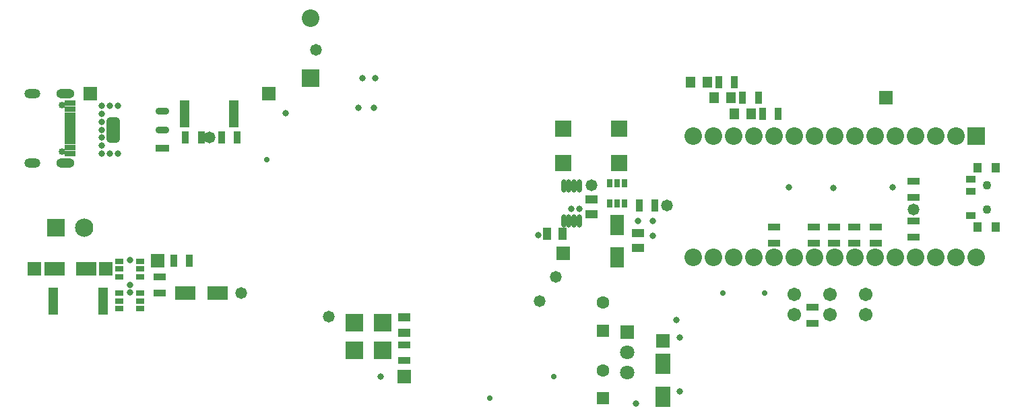
<source format=gts>
G04*
G04 #@! TF.GenerationSoftware,Altium Limited,Altium Designer,21.0.9 (235)*
G04*
G04 Layer_Color=8388736*
%FSLAX44Y44*%
%MOMM*%
G71*
G04*
G04 #@! TF.SameCoordinates,622A8C60-2CE5-4817-AE20-E8449A78C867*
G04*
G04*
G04 #@! TF.FilePolarity,Negative*
G04*
G01*
G75*
G04:AMPARAMS|DCode=19|XSize=1.7542mm|YSize=3.1721mm|CornerRadius=0.4561mm|HoleSize=0mm|Usage=FLASHONLY|Rotation=180.000|XOffset=0mm|YOffset=0mm|HoleType=Round|Shape=RoundedRectangle|*
%AMROUNDEDRECTD19*
21,1,1.7542,2.2600,0,0,180.0*
21,1,0.8420,3.1721,0,0,180.0*
1,1,0.9122,-0.4210,1.1300*
1,1,0.9122,0.4210,1.1300*
1,1,0.9122,0.4210,-1.1300*
1,1,0.9122,-0.4210,-1.1300*
%
%ADD19ROUNDEDRECTD19*%
G04:AMPARAMS|DCode=20|XSize=1.7542mm|YSize=0.9134mm|CornerRadius=0.4567mm|HoleSize=0mm|Usage=FLASHONLY|Rotation=180.000|XOffset=0mm|YOffset=0mm|HoleType=Round|Shape=RoundedRectangle|*
%AMROUNDEDRECTD20*
21,1,1.7542,0.0000,0,0,180.0*
21,1,0.8408,0.9134,0,0,180.0*
1,1,0.9134,-0.4204,0.0000*
1,1,0.9134,0.4204,0.0000*
1,1,0.9134,0.4204,0.0000*
1,1,0.9134,-0.4204,0.0000*
%
%ADD20ROUNDEDRECTD20*%
%ADD21R,1.7542X0.9134*%
%ADD24R,1.0000X0.7000*%
%ADD25R,0.7000X1.0000*%
%ADD33R,2.5000X1.7000*%
%ADD34R,1.7000X2.5000*%
%ADD37R,1.1032X1.5032*%
%ADD38R,1.5032X1.1032*%
%ADD39O,0.6532X1.6532*%
%ADD40R,1.0032X1.2032*%
%ADD41R,1.3032X0.9032*%
%ADD42R,0.9032X1.5032*%
%ADD43R,1.5032X0.9032*%
%ADD44R,2.1032X2.0532*%
%ADD45R,1.3432X0.5032*%
%ADD46R,1.3432X0.8032*%
%ADD47R,1.3032X1.4032*%
%ADD48R,1.9032X2.5032*%
%ADD49R,1.2032X3.4032*%
%ADD50R,2.2032X2.2032*%
%ADD51C,2.2032*%
%ADD52R,2.2032X2.2032*%
%ADD53C,1.1032*%
%ADD54C,1.7032*%
%ADD55R,1.7032X1.7032*%
%ADD56R,1.7032X1.7032*%
%ADD57C,2.3032*%
%ADD58R,2.3032X2.3032*%
%ADD59R,1.8032X1.8032*%
%ADD60C,1.8032*%
%ADD61C,0.8532*%
%ADD62O,2.3032X1.2032*%
%ADD63O,2.0032X1.2032*%
%ADD64R,1.6032X1.6032*%
%ADD65C,1.6032*%
%ADD66C,0.7032*%
%ADD67C,1.4732*%
%ADD68C,0.8032*%
D19*
X523750Y760000D02*
D03*
D20*
X586250Y783000D02*
D03*
Y760000D02*
D03*
D21*
Y737000D02*
D03*
D24*
X532000Y575500D02*
D03*
Y585000D02*
D03*
Y594500D02*
D03*
X558000D02*
D03*
Y585000D02*
D03*
Y575500D02*
D03*
X532000Y535500D02*
D03*
Y545000D02*
D03*
Y554500D02*
D03*
X558000D02*
D03*
Y545000D02*
D03*
Y535500D02*
D03*
D25*
X1148000Y693000D02*
D03*
X1157500D02*
D03*
X1167000D02*
D03*
Y667000D02*
D03*
X1157500D02*
D03*
X1148000D02*
D03*
D33*
X490000Y585000D02*
D03*
X450000D02*
D03*
X655000Y555000D02*
D03*
X615000D02*
D03*
D34*
X1157500Y640000D02*
D03*
Y600000D02*
D03*
D37*
X1069500Y629000D02*
D03*
X1088500D02*
D03*
D38*
X1184000Y630500D02*
D03*
Y611500D02*
D03*
X1125000Y653500D02*
D03*
Y672500D02*
D03*
X890000Y524000D02*
D03*
Y505000D02*
D03*
D39*
X1090250Y645250D02*
D03*
X1096750D02*
D03*
X1103250D02*
D03*
X1109750D02*
D03*
X1090250Y689750D02*
D03*
X1096750D02*
D03*
X1103250D02*
D03*
X1109750D02*
D03*
D40*
X1610500Y712500D02*
D03*
Y637500D02*
D03*
X1633500D02*
D03*
Y712500D02*
D03*
D41*
X1601500Y652500D02*
D03*
Y697500D02*
D03*
Y682500D02*
D03*
D42*
X620000Y595000D02*
D03*
X600000D02*
D03*
X1185000Y665000D02*
D03*
X1205000D02*
D03*
X635000Y750000D02*
D03*
X615000D02*
D03*
X680000D02*
D03*
X660000D02*
D03*
X1305000Y820000D02*
D03*
X1285000D02*
D03*
X1335000Y800000D02*
D03*
X1315000D02*
D03*
X1360000Y780000D02*
D03*
X1340000D02*
D03*
D43*
X582500Y575000D02*
D03*
Y555000D02*
D03*
X890000Y470000D02*
D03*
Y490000D02*
D03*
X1405000Y637500D02*
D03*
Y617500D02*
D03*
X1530000Y695000D02*
D03*
Y675000D02*
D03*
X1403000Y537000D02*
D03*
Y517000D02*
D03*
X1482500Y617500D02*
D03*
Y637500D02*
D03*
X1530000Y645000D02*
D03*
Y625000D02*
D03*
X1430000Y637500D02*
D03*
Y617500D02*
D03*
X1355000Y637500D02*
D03*
Y617500D02*
D03*
X1455000Y637500D02*
D03*
Y617500D02*
D03*
D44*
X1090000Y718250D02*
D03*
Y761750D02*
D03*
X1160000Y718250D02*
D03*
Y761750D02*
D03*
D45*
X470000Y759300D02*
D03*
Y764300D02*
D03*
Y754300D02*
D03*
Y769300D02*
D03*
Y749300D02*
D03*
Y774300D02*
D03*
Y744300D02*
D03*
Y779300D02*
D03*
D46*
Y793800D02*
D03*
Y785800D02*
D03*
Y737800D02*
D03*
Y729800D02*
D03*
D47*
X1271000Y820000D02*
D03*
X1250000D02*
D03*
X1300500Y800000D02*
D03*
X1279500D02*
D03*
X1325500Y780000D02*
D03*
X1304500D02*
D03*
D48*
X1215000Y424000D02*
D03*
Y466000D02*
D03*
D49*
X511000Y545000D02*
D03*
X449000D02*
D03*
X614000Y780000D02*
D03*
X676000D02*
D03*
D50*
X827500Y482500D02*
D03*
X862500Y517500D02*
D03*
Y482500D02*
D03*
X827500Y517500D02*
D03*
D51*
X1608600Y600000D02*
D03*
X1583200D02*
D03*
X1557800D02*
D03*
X1532400D02*
D03*
X1507000D02*
D03*
X1481600D02*
D03*
X1456200D02*
D03*
X1430800D02*
D03*
X1405400D02*
D03*
X1380000D02*
D03*
X1354600D02*
D03*
X1329200D02*
D03*
X1303800D02*
D03*
X1278400D02*
D03*
X1253000D02*
D03*
Y752400D02*
D03*
X1278400D02*
D03*
X1303800D02*
D03*
X1329200D02*
D03*
X1354600D02*
D03*
X1380000D02*
D03*
X1405400D02*
D03*
X1430800D02*
D03*
X1456200D02*
D03*
X1481600D02*
D03*
X1507000D02*
D03*
X1532400D02*
D03*
X1557800D02*
D03*
X1583200D02*
D03*
X772500Y900000D02*
D03*
D52*
X1608600Y752400D02*
D03*
X772500Y825000D02*
D03*
D53*
X1622000Y660000D02*
D03*
Y690000D02*
D03*
D54*
X1425000Y527300D02*
D03*
Y552700D02*
D03*
X1380000Y527300D02*
D03*
Y552700D02*
D03*
X1470000Y527300D02*
D03*
Y552700D02*
D03*
D55*
X580000Y595000D02*
D03*
X515000Y585000D02*
D03*
X425000D02*
D03*
X1215000Y495000D02*
D03*
X1495000Y800000D02*
D03*
X720000Y805000D02*
D03*
X495000D02*
D03*
D56*
X1090000Y605000D02*
D03*
X890000Y450000D02*
D03*
D57*
X487500Y637000D02*
D03*
D58*
X452500D02*
D03*
D59*
X1170000Y505400D02*
D03*
D60*
Y480000D02*
D03*
Y454600D02*
D03*
D61*
X459300Y732900D02*
D03*
Y790700D02*
D03*
D62*
X464300Y805000D02*
D03*
Y718600D02*
D03*
D63*
X422500Y805000D02*
D03*
Y718600D02*
D03*
D64*
X1140000Y507500D02*
D03*
Y422500D02*
D03*
D65*
Y542500D02*
D03*
Y457500D02*
D03*
D66*
X717500Y722500D02*
D03*
X1077500Y450000D02*
D03*
X997500Y422500D02*
D03*
X1342500Y555000D02*
D03*
X1290000D02*
D03*
D67*
X1530000Y660000D02*
D03*
X779150Y860000D02*
D03*
X1125000Y690000D02*
D03*
X1220000Y665000D02*
D03*
X1080000Y575000D02*
D03*
X1060000Y545000D02*
D03*
X685000Y555000D02*
D03*
X795000Y525000D02*
D03*
X645000Y750000D02*
D03*
D68*
X1110000Y661000D02*
D03*
X1100000D02*
D03*
X1058000Y628000D02*
D03*
X1504000Y688000D02*
D03*
X1373000D02*
D03*
X1429000Y687000D02*
D03*
X1236000Y499000D02*
D03*
X1232000Y521000D02*
D03*
X1236000Y431000D02*
D03*
X1181000Y416000D02*
D03*
X545000Y556000D02*
D03*
Y565000D02*
D03*
Y596000D02*
D03*
X1202000Y627000D02*
D03*
Y645000D02*
D03*
X1184000D02*
D03*
X741000Y781000D02*
D03*
X852000Y788000D02*
D03*
X853000Y825000D02*
D03*
X832000Y788000D02*
D03*
X837000Y825000D02*
D03*
X860000Y450000D02*
D03*
X530000Y790000D02*
D03*
X520000D02*
D03*
X510000D02*
D03*
Y780000D02*
D03*
Y770000D02*
D03*
Y760000D02*
D03*
Y750000D02*
D03*
Y740000D02*
D03*
X530000Y730000D02*
D03*
X520000D02*
D03*
X510000D02*
D03*
M02*

</source>
